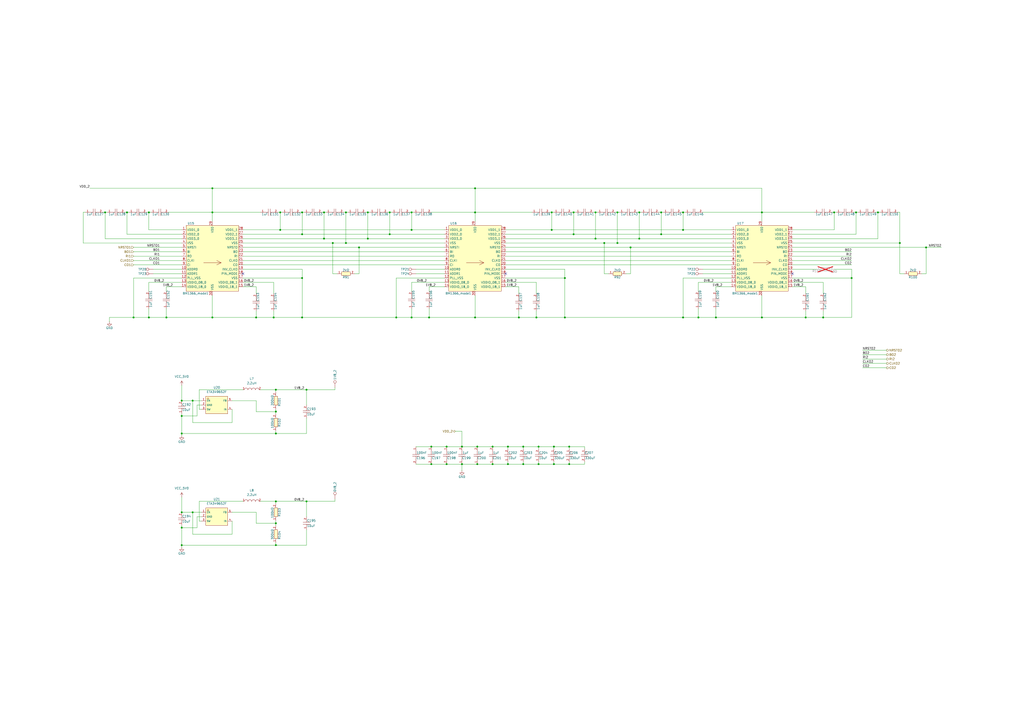
<source format=kicad_sch>
(kicad_sch (version 20250114) (generator "eeschema") (generator_version "9.0")
  (paper "A2")
  (junction (at 320.04 133.35))
  (junction (at 175.26 123.19))
  (junction (at 105.41 251.46))
  (junction (at 285.75 269.24))
  (junction (at 441.96 184.15))
  (junction (at 275.59 184.15))
  (junction (at 327.66 184.15))
  (junction (at 370.84 138.43))
  (junction (at 160.02 238.76))
  (junction (at 358.14 123.19))
  (junction (at 60.96 123.19))
  (junction (at 187.96 123.19))
  (junction (at 105.41 232.41))
  (junction (at 160.02 303.53))
  (junction (at 483.87 123.19))
  (junction (at 248.92 184.15))
  (junction (at 250.19 259.08))
  (junction (at 327.66 161.29))
  (junction (at 148.59 184.15))
  (junction (at 105.41 316.23))
  (junction (at 521.97 140.97))
  (junction (at 175.26 135.89))
  (junction (at 345.44 138.43))
  (junction (at 275.59 109.22))
  (junction (at 111.76 232.41))
  (junction (at 320.04 123.19))
  (junction (at 405.13 184.15))
  (junction (at 259.08 259.08))
  (junction (at 238.76 184.15))
  (junction (at 177.8 290.83))
  (junction (at 494.03 161.29))
  (junction (at 303.53 259.08))
  (junction (at 332.74 135.89))
  (junction (at 86.36 123.19))
  (junction (at 396.24 133.35))
  (junction (at 330.2 259.08))
  (junction (at 276.86 259.08))
  (junction (at 226.06 123.19))
  (junction (at 267.97 259.08))
  (junction (at 105.41 241.3))
  (junction (at 276.86 269.24))
  (junction (at 96.52 184.15))
  (junction (at 396.24 123.19))
  (junction (at 175.26 161.29))
  (junction (at 105.41 297.18))
  (junction (at 312.42 259.08))
  (junction (at 321.31 269.24))
  (junction (at 259.08 269.24))
  (junction (at 370.84 123.19))
  (junction (at 383.54 123.19))
  (junction (at 285.75 259.08))
  (junction (at 250.19 269.24))
  (junction (at 275.59 123.19))
  (junction (at 162.56 133.35))
  (junction (at 160.02 226.06))
  (junction (at 267.97 269.24))
  (junction (at 294.64 269.24))
  (junction (at 175.26 184.15))
  (junction (at 303.53 269.24))
  (junction (at 312.42 269.24))
  (junction (at 193.04 140.97))
  (junction (at 467.36 184.15))
  (junction (at 162.56 123.19))
  (junction (at 332.74 123.19))
  (junction (at 441.96 123.19))
  (junction (at 396.24 184.15))
  (junction (at 226.06 135.89))
  (junction (at 105.41 306.07))
  (junction (at 238.76 133.35))
  (junction (at 213.36 138.43))
  (junction (at 415.29 184.15))
  (junction (at 509.27 123.19))
  (junction (at 158.75 184.15))
  (junction (at 111.76 297.18))
  (junction (at 477.52 184.15))
  (junction (at 213.36 123.19))
  (junction (at 123.19 184.15))
  (junction (at 160.02 251.46))
  (junction (at 187.96 138.43))
  (junction (at 358.14 140.97))
  (junction (at 345.44 123.19))
  (junction (at 350.52 140.97))
  (junction (at 86.36 184.15))
  (junction (at 177.8 226.06))
  (junction (at 208.28 143.51))
  (junction (at 311.15 184.15))
  (junction (at 365.76 143.51))
  (junction (at 537.21 143.51))
  (junction (at 229.87 184.15))
  (junction (at 383.54 135.89))
  (junction (at 200.66 123.19))
  (junction (at 294.64 259.08))
  (junction (at 200.66 140.97))
  (junction (at 496.57 123.19))
  (junction (at 238.76 123.19))
  (junction (at 330.2 269.24))
  (junction (at 73.66 123.19))
  (junction (at 300.99 184.15))
  (junction (at 123.19 123.19))
  (junction (at 321.31 259.08))
  (junction (at 160.02 316.23))
  (junction (at 123.19 109.22))
  (junction (at 77.47 184.15))
  (junction (at 160.02 290.83))
  (no_connect (at 293.37 158.75))
  (no_connect (at 140.97 158.75))
  (no_connect (at 459.74 158.75))
  (wire (pts (xy 175.26 184.15) (xy 229.87 184.15)))
  (wire (pts (xy 160.02 226.06) (xy 177.8 226.06)))
  (wire (pts (xy 177.8 226.06) (xy 194.31 226.06)))
  (wire (pts (xy 148.59 180.34) (xy 148.59 184.15)))
  (wire (pts (xy 177.8 242.57) (xy 177.8 251.46)))
  (wire (pts (xy 177.8 251.46) (xy 160.02 251.46)))
  (wire (pts (xy 77.47 161.29) (xy 77.47 184.15)))
  (wire (pts (xy 441.96 123.19) (xy 472.44 123.19)))
  (wire (pts (xy 294.64 269.24) (xy 303.53 269.24)))
  (wire (pts (xy 294.64 259.08) (xy 303.53 259.08)))
  (wire (pts (xy 241.3 269.24) (xy 250.19 269.24)))
  (wire (pts (xy 173.99 123.19) (xy 175.26 123.19)))
  (wire (pts (xy 424.18 140.97) (xy 358.14 140.97)))
  (wire (pts (xy 105.41 316.23) (xy 105.41 317.5)))
  (wire (pts (xy 524.51 158.75) (xy 521.97 158.75)))
  (wire (pts (xy 86.36 179.07) (xy 86.36 184.15)))
  (wire (pts (xy 500.38 208.28) (xy 514.35 208.28)))
  (wire (pts (xy 208.28 158.75) (xy 208.28 143.51)))
  (wire (pts (xy 275.59 184.15) (xy 248.92 184.15)))
  (wire (pts (xy 350.52 158.75) (xy 350.52 140.97)))
  (wire (pts (xy 200.66 140.97) (xy 200.66 123.19)))
  (wire (pts (xy 248.92 168.91) (xy 248.92 166.37)))
  (wire (pts (xy 344.17 123.19) (xy 345.44 123.19)))
  (wire (pts (xy 467.36 180.34) (xy 467.36 184.15)))
  (wire (pts (xy 459.74 156.21) (xy 473.71 156.21)))
  (wire (pts (xy 160.02 316.23) (xy 160.02 314.96)))
  (wire (pts (xy 177.8 290.83) (xy 177.8 299.72)))
  (wire (pts (xy 405.13 168.91) (xy 405.13 163.83)))
  (wire (pts (xy 158.75 184.15) (xy 175.26 184.15)))
  (wire (pts (xy 140.97 146.05) (xy 257.81 146.05)))
  (wire (pts (xy 241.3 158.75) (xy 257.81 158.75)))
  (wire (pts (xy 116.84 234.95) (xy 114.3 234.95)))
  (wire (pts (xy 482.6 123.19) (xy 483.87 123.19)))
  (wire (pts (xy 327.66 184.15) (xy 396.24 184.15)))
  (wire (pts (xy 160.02 290.83) (xy 160.02 292.1)))
  (wire (pts (xy 534.67 158.75) (xy 537.21 158.75)))
  (wire (pts (xy 60.96 123.19) (xy 59.69 123.19)))
  (wire (pts (xy 369.57 123.19) (xy 370.84 123.19)))
  (wire (pts (xy 483.87 156.21) (xy 494.03 156.21)))
  (wire (pts (xy 237.49 123.19) (xy 238.76 123.19)))
  (wire (pts (xy 186.69 123.19) (xy 187.96 123.19)))
  (wire (pts (xy 63.5 186.69) (xy 63.5 184.15)))
  (wire (pts (xy 134.62 302.26) (xy 134.62 309.88)))
  (wire (pts (xy 88.9 156.21) (xy 105.41 156.21)))
  (wire (pts (xy 73.66 123.19) (xy 72.39 123.19)))
  (wire (pts (xy 300.99 184.15) (xy 275.59 184.15)))
  (wire (pts (xy 318.77 123.19) (xy 320.04 123.19)))
  (wire (pts (xy 250.19 269.24) (xy 259.08 269.24)))
  (wire (pts (xy 111.76 297.18) (xy 116.84 297.18)))
  (wire (pts (xy 345.44 138.43) (xy 370.84 138.43)))
  (wire (pts (xy 441.96 123.19) (xy 441.96 128.27)))
  (wire (pts (xy 339.09 259.08) (xy 339.09 260.35)))
  (wire (pts (xy 201.93 123.19) (xy 200.66 123.19)))
  (wire (pts (xy 140.97 148.59) (xy 257.81 148.59)))
  (wire (pts (xy 332.74 135.89) (xy 293.37 135.89)))
  (wire (pts (xy 321.31 259.08) (xy 321.31 260.35)))
  (wire (pts (xy 160.02 302.26) (xy 160.02 303.53)))
  (wire (pts (xy 345.44 138.43) (xy 345.44 123.19)))
  (wire (pts (xy 494.03 156.21) (xy 494.03 161.29)))
  (wire (pts (xy 162.56 123.19) (xy 163.83 123.19)))
  (wire (pts (xy 213.36 123.19) (xy 214.63 123.19)))
  (wire (pts (xy 300.99 170.18) (xy 300.99 166.37)))
  (wire (pts (xy 276.86 269.24) (xy 285.75 269.24)))
  (wire (pts (xy 105.41 138.43) (xy 60.96 138.43)))
  (wire (pts (xy 114.3 241.3) (xy 105.41 241.3)))
  (wire (pts (xy 500.38 210.82) (xy 514.35 210.82)))
  (wire (pts (xy 62.23 123.19) (xy 60.96 123.19)))
  (wire (pts (xy 229.87 161.29) (xy 257.81 161.29)))
  (wire (pts (xy 140.97 151.13) (xy 257.81 151.13)))
  (wire (pts (xy 459.74 148.59) (xy 494.03 148.59)))
  (wire (pts (xy 365.76 143.51) (xy 424.18 143.51)))
  (wire (pts (xy 267.97 273.05) (xy 267.97 269.24)))
  (wire (pts (xy 312.42 259.08) (xy 321.31 259.08)))
  (wire (pts (xy 396.24 161.29) (xy 396.24 184.15)))
  (wire (pts (xy 86.36 163.83) (xy 105.41 163.83)))
  (wire (pts (xy 500.38 213.36) (xy 514.35 213.36)))
  (wire (pts (xy 321.31 267.97) (xy 321.31 269.24)))
  (wire (pts (xy 151.13 226.06) (xy 160.02 226.06)))
  (wire (pts (xy 224.79 123.19) (xy 226.06 123.19)))
  (wire (pts (xy 345.44 123.19) (xy 346.71 123.19)))
  (wire (pts (xy 60.96 138.43) (xy 60.96 123.19)))
  (wire (pts (xy 160.02 226.06) (xy 160.02 227.33)))
  (wire (pts (xy 312.42 267.97) (xy 312.42 269.24)))
  (wire (pts (xy 96.52 168.91) (xy 96.52 166.37)))
  (wire (pts (xy 294.64 259.08) (xy 294.64 260.35)))
  (wire (pts (xy 77.47 143.51) (xy 105.41 143.51)))
  (wire (pts (xy 111.76 232.41) (xy 111.76 245.11)))
  (wire (pts (xy 477.52 184.15) (xy 467.36 184.15)))
  (wire (pts (xy 114.3 299.72) (xy 114.3 306.07)))
  (wire (pts (xy 275.59 109.22) (xy 275.59 123.19)))
  (wire (pts (xy 293.37 138.43) (xy 345.44 138.43)))
  (wire (pts (xy 294.64 267.97) (xy 294.64 269.24)))
  (wire (pts (xy 459.74 151.13) (xy 494.03 151.13)))
  (wire (pts (xy 293.37 151.13) (xy 424.18 151.13)))
  (wire (pts (xy 311.15 184.15) (xy 300.99 184.15)))
  (wire (pts (xy 293.37 140.97) (xy 350.52 140.97)))
  (wire (pts (xy 96.52 184.15) (xy 86.36 184.15)))
  (wire (pts (xy 96.52 179.07) (xy 96.52 184.15)))
  (wire (pts (xy 275.59 123.19) (xy 308.61 123.19)))
  (wire (pts (xy 97.79 123.19) (xy 123.19 123.19)))
  (wire (pts (xy 424.18 135.89) (xy 383.54 135.89)))
  (wire (pts (xy 177.8 316.23) (xy 160.02 316.23)))
  (wire (pts (xy 339.09 267.97) (xy 339.09 269.24)))
  (wire (pts (xy 140.97 226.06) (xy 115.57 226.06)))
  (wire (pts (xy 467.36 184.15) (xy 441.96 184.15)))
  (wire (pts (xy 111.76 297.18) (xy 111.76 309.88)))
  (wire (pts (xy 250.19 259.08) (xy 259.08 259.08)))
  (wire (pts (xy 134.62 309.88) (xy 111.76 309.88)))
  (wire (pts (xy 195.58 158.75) (xy 193.04 158.75)))
  (wire (pts (xy 303.53 259.08) (xy 303.53 260.35)))
  (wire (pts (xy 396.24 184.15) (xy 405.13 184.15)))
  (wire (pts (xy 396.24 133.35) (xy 396.24 123.19)))
  (wire (pts (xy 177.8 290.83) (xy 194.31 290.83)))
  (wire (pts (xy 105.41 316.23) (xy 160.02 316.23)))
  (wire (pts (xy 105.41 135.89) (xy 73.66 135.89)))
  (wire (pts (xy 123.19 123.19) (xy 123.19 128.27)))
  (wire (pts (xy 148.59 232.41) (xy 148.59 238.76)))
  (wire (pts (xy 353.06 158.75) (xy 350.52 158.75)))
  (wire (pts (xy 312.42 259.08) (xy 312.42 260.35)))
  (wire (pts (xy 459.74 146.05) (xy 494.03 146.05)))
  (wire (pts (xy 49.53 123.19) (xy 48.26 123.19)))
  (wire (pts (xy 275.59 123.19) (xy 275.59 128.27)))
  (wire (pts (xy 441.96 171.45) (xy 441.96 184.15)))
  (wire (pts (xy 285.75 269.24) (xy 294.64 269.24)))
  (wire (pts (xy 509.27 123.19) (xy 510.54 123.19)))
  (wire (pts (xy 248.92 179.07) (xy 248.92 184.15)))
  (wire (pts (xy 327.66 161.29) (xy 327.66 184.15)))
  (wire (pts (xy 105.41 161.29) (xy 77.47 161.29)))
  (wire (pts (xy 162.56 133.35) (xy 238.76 133.35)))
  (wire (pts (xy 495.3 123.19) (xy 496.57 123.19)))
  (wire (pts (xy 175.26 135.89) (xy 226.06 135.89)))
  (wire (pts (xy 293.37 161.29) (xy 327.66 161.29)))
  (wire (pts (xy 148.59 297.18) (xy 148.59 303.53)))
  (wire (pts (xy 303.53 267.97) (xy 303.53 269.24)))
  (wire (pts (xy 86.36 133.35) (xy 86.36 123.19)))
  (wire (pts (xy 193.04 140.97) (xy 200.66 140.97)))
  (wire (pts (xy 160.02 237.49) (xy 160.02 238.76)))
  (wire (pts (xy 300.99 180.34) (xy 300.99 184.15)))
  (wire (pts (xy 140.97 140.97) (xy 193.04 140.97)))
  (wire (pts (xy 52.07 109.22) (xy 123.19 109.22)))
  (wire (pts (xy 77.47 153.67) (xy 105.41 153.67)))
  (wire (pts (xy 407.67 158.75) (xy 424.18 158.75)))
  (wire (pts (xy 105.41 304.8) (xy 105.41 306.07)))
  (wire (pts (xy 241.3 156.21) (xy 257.81 156.21)))
  (wire (pts (xy 140.97 133.35) (xy 162.56 133.35)))
  (wire (pts (xy 327.66 156.21) (xy 327.66 161.29)))
  (wire (pts (xy 123.19 184.15) (xy 96.52 184.15)))
  (wire (pts (xy 259.08 259.08) (xy 267.97 259.08)))
  (wire (pts (xy 105.41 232.41) (xy 111.76 232.41)))
  (wire (pts (xy 200.66 123.19) (xy 199.39 123.19)))
  (wire (pts (xy 320.04 123.19) (xy 320.04 133.35)))
  (wire (pts (xy 441.96 109.22) (xy 441.96 123.19)))
  (wire (pts (xy 123.19 171.45) (xy 123.19 184.15)))
  (wire (pts (xy 105.41 240.03) (xy 105.41 241.3)))
  (wire (pts (xy 521.97 158.75) (xy 521.97 140.97)))
  (wire (pts (xy 250.19 123.19) (xy 275.59 123.19)))
  (wire (pts (xy 359.41 123.19) (xy 358.14 123.19)))
  (wire (pts (xy 160.02 238.76) (xy 160.02 240.03)))
  (wire (pts (xy 293.37 153.67) (xy 424.18 153.67)))
  (wire (pts (xy 96.52 166.37) (xy 105.41 166.37)))
  (wire (pts (xy 116.84 299.72) (xy 114.3 299.72)))
  (wire (pts (xy 193.04 158.75) (xy 193.04 140.97)))
  (wire (pts (xy 330.2 259.08) (xy 339.09 259.08)))
  (wire (pts (xy 160.02 303.53) (xy 160.02 304.8)))
  (wire (pts (xy 483.87 133.35) (xy 459.74 133.35)))
  (wire (pts (xy 148.59 166.37) (xy 140.97 166.37)))
  (wire (pts (xy 212.09 123.19) (xy 213.36 123.19)))
  (wire (pts (xy 63.5 184.15) (xy 77.47 184.15)))
  (wire (pts (xy 267.97 259.08) (xy 276.86 259.08)))
  (wire (pts (xy 383.54 135.89) (xy 383.54 123.19)))
  (wire (pts (xy 158.75 180.34) (xy 158.75 184.15)))
  (wire (pts (xy 140.97 153.67) (xy 257.81 153.67)))
  (wire (pts (xy 162.56 133.35) (xy 162.56 123.19)))
  (wire (pts (xy 134.62 297.18) (xy 148.59 297.18)))
  (wire (pts (xy 115.57 290.83) (xy 115.57 302.26)))
  (wire (pts (xy 467.36 170.18) (xy 467.36 166.37)))
  (wire (pts (xy 115.57 302.26) (xy 116.84 302.26)))
  (wire (pts (xy 424.18 138.43) (xy 370.84 138.43)))
  (wire (pts (xy 312.42 269.24) (xy 321.31 269.24)))
  (wire (pts (xy 105.41 251.46) (xy 160.02 251.46)))
  (wire (pts (xy 158.75 163.83) (xy 140.97 163.83)))
  (wire (pts (xy 477.52 180.34) (xy 477.52 184.15)))
  (wire (pts (xy 226.06 123.19) (xy 226.06 135.89)))
  (wire (pts (xy 238.76 123.19) (xy 240.03 123.19)))
  (wire (pts (xy 459.74 135.89) (xy 496.57 135.89)))
  (wire (pts (xy 86.36 168.91) (xy 86.36 163.83)))
  (wire (pts (xy 114.3 306.07) (xy 105.41 306.07)))
  (wire (pts (xy 105.41 306.07) (xy 105.41 316.23)))
  (wire (pts (xy 105.41 133.35) (xy 86.36 133.35)))
  (wire (pts (xy 407.67 123.19) (xy 441.96 123.19)))
  (wire (pts (xy 74.93 123.19) (xy 73.66 123.19)))
  (wire (pts (xy 407.67 156.21) (xy 424.18 156.21)))
  (wire (pts (xy 87.63 123.19) (xy 86.36 123.19)))
  (wire (pts (xy 459.74 161.29) (xy 494.03 161.29)))
  (wire (pts (xy 151.13 290.83) (xy 160.02 290.83)))
  (wire (pts (xy 300.99 166.37) (xy 293.37 166.37)))
  (wire (pts (xy 177.8 226.06) (xy 177.8 234.95)))
  (wire (pts (xy 509.27 138.43) (xy 509.27 123.19)))
  (wire (pts (xy 208.28 143.51) (xy 257.81 143.51)))
  (wire (pts (xy 48.26 123.19) (xy 48.26 140.97)))
  (wire (pts (xy 105.41 297.18) (xy 111.76 297.18)))
  (wire (pts (xy 293.37 148.59) (xy 424.18 148.59)))
  (wire (pts (xy 267.97 250.19) (xy 267.97 259.08)))
  (wire (pts (xy 194.31 224.79) (xy 194.31 226.06)))
  (wire (pts (xy 494.03 184.15) (xy 477.52 184.15)))
  (wire (pts (xy 134.62 245.11) (xy 111.76 245.11)))
  (wire (pts (xy 160.02 251.46) (xy 160.02 250.19)))
  (wire (pts (xy 521.97 123.19) (xy 520.7 123.19)))
  (wire (pts (xy 238.76 133.35) (xy 257.81 133.35)))
  (wire (pts (xy 86.36 123.19) (xy 85.09 123.19)))
  (wire (pts (xy 415.29 168.91) (xy 415.29 166.37)))
  (wire (pts (xy 521.97 140.97) (xy 521.97 123.19)))
  (wire (pts (xy 111.76 232.41) (xy 116.84 232.41)))
  (wire (pts (xy 134.62 237.49) (xy 134.62 245.11)))
  (wire (pts (xy 358.14 123.19) (xy 356.87 123.19)))
  (wire (pts (xy 105.41 241.3) (xy 105.41 251.46)))
  (wire (pts (xy 383.54 123.19) (xy 384.81 123.19)))
  (wire (pts (xy 226.06 123.19) (xy 227.33 123.19)))
  (wire (pts (xy 350.52 140.97) (xy 358.14 140.97)))
  (wire (pts (xy 175.26 156.21) (xy 175.26 161.29)))
  (wire (pts (xy 494.03 161.29) (xy 494.03 184.15)))
  (wire (pts (xy 396.24 123.19) (xy 397.51 123.19)))
  (wire (pts (xy 500.38 203.2) (xy 514.35 203.2)))
  (wire (pts (xy 105.41 288.29) (xy 105.41 297.18)))
  (wire (pts (xy 500.38 205.74) (xy 514.35 205.74)))
  (wire (pts (xy 275.59 109.22) (xy 441.96 109.22)))
  (wire (pts (xy 205.74 158.75) (xy 208.28 158.75)))
  (wire (pts (xy 148.59 170.18) (xy 148.59 166.37)))
  (wire (pts (xy 177.8 307.34) (xy 177.8 316.23)))
  (wire (pts (xy 213.36 123.19) (xy 213.36 138.43)))
  (wire (pts (xy 330.2 269.24) (xy 339.09 269.24)))
  (wire (pts (xy 140.97 290.83) (xy 115.57 290.83)))
  (wire (pts (xy 537.21 143.51) (xy 546.1 143.51)))
  (wire (pts (xy 311.15 170.18) (xy 311.15 163.83)))
  (wire (pts (xy 123.19 109.22) (xy 275.59 109.22)))
  (wire (pts (xy 238.76 123.19) (xy 238.76 133.35)))
  (wire (pts (xy 200.66 140.97) (xy 257.81 140.97)))
  (wire (pts (xy 194.31 289.56) (xy 194.31 290.83)))
  (wire (pts (xy 331.47 123.19) (xy 332.74 123.19)))
  (wire (pts (xy 459.74 138.43) (xy 509.27 138.43)))
  (wire (pts (xy 330.2 259.08) (xy 330.2 260.35)))
  (wire (pts (xy 77.47 151.13) (xy 105.41 151.13)))
  (wire (pts (xy 140.97 138.43) (xy 187.96 138.43)))
  (wire (pts (xy 394.97 123.19) (xy 396.24 123.19)))
  (wire (pts (xy 77.47 184.15) (xy 86.36 184.15)))
  (wire (pts (xy 175.26 123.19) (xy 176.53 123.19)))
  (wire (pts (xy 175.26 135.89) (xy 175.26 123.19)))
  (wire (pts (xy 148.59 184.15) (xy 123.19 184.15)))
  (wire (pts (xy 415.29 166.37) (xy 424.18 166.37)))
  (wire (pts (xy 267.97 269.24) (xy 276.86 269.24)))
  (wire (pts (xy 405.13 179.07) (xy 405.13 184.15)))
  (wire (pts (xy 320.04 133.35) (xy 293.37 133.35)))
  (wire (pts (xy 370.84 123.19) (xy 372.11 123.19)))
  (wire (pts (xy 332.74 135.89) (xy 383.54 135.89)))
  (wire (pts (xy 459.74 153.67) (xy 494.03 153.67)))
  (wire (pts (xy 275.59 171.45) (xy 275.59 184.15)))
  (wire (pts (xy 238.76 163.83) (xy 257.81 163.83)))
  (wire (pts (xy 229.87 184.15) (xy 238.76 184.15)))
  (wire (pts (xy 264.16 250.19) (xy 267.97 250.19)))
  (wire (pts (xy 477.52 170.18) (xy 477.52 163.83)))
  (wire (pts (xy 77.47 146.05) (xy 105.41 146.05)))
  (wire (pts (xy 161.29 123.19) (xy 162.56 123.19)))
  (wire (pts (xy 293.37 156.21) (xy 327.66 156.21)))
  (wire (pts (xy 134.62 232.41) (xy 148.59 232.41)))
  (wire (pts (xy 248.92 166.37) (xy 257.81 166.37)))
  (wire (pts (xy 303.53 269.24) (xy 312.42 269.24)))
  (wire (pts (xy 311.15 163.83) (xy 293.37 163.83)))
  (wire (pts (xy 123.19 123.19) (xy 151.13 123.19)))
  (wire (pts (xy 365.76 158.75) (xy 365.76 143.51)))
  (wire (pts (xy 213.36 138.43) (xy 257.81 138.43)))
  (wire (pts (xy 396.24 161.29) (xy 424.18 161.29)))
  (wire (pts (xy 477.52 163.83) (xy 459.74 163.83)))
  (wire (pts (xy 405.13 163.83) (xy 424.18 163.83)))
  (wire (pts (xy 293.37 143.51) (xy 365.76 143.51)))
  (wire (pts (xy 248.92 184.15) (xy 238.76 184.15)))
  (wire (pts (xy 187.96 138.43) (xy 213.36 138.43)))
  (wire (pts (xy 160.02 290.83) (xy 177.8 290.83)))
  (wire (pts (xy 459.74 140.97) (xy 521.97 140.97)))
  (wire (pts (xy 140.97 143.51) (xy 208.28 143.51)))
  (wire (pts (xy 48.26 140.97) (xy 105.41 140.97)))
  (wire (pts (xy 321.31 269.24) (xy 330.2 269.24)))
  (wire (pts (xy 115.57 237.49) (xy 116.84 237.49)))
  (wire (pts (xy 320.04 123.19) (xy 321.31 123.19)))
  (wire (pts (xy 158.75 184.15) (xy 148.59 184.15)))
  (wire (pts (xy 140.97 135.89) (xy 175.26 135.89)))
  (wire (pts (xy 105.41 251.46) (xy 105.41 252.73)))
  (wire (pts (xy 382.27 123.19) (xy 383.54 123.19)))
  (wire (pts (xy 467.36 166.37) (xy 459.74 166.37)))
  (wire (pts (xy 175.26 161.29) (xy 175.26 184.15)))
  (wire (pts (xy 115.57 226.06) (xy 115.57 237.49)))
  (wire (pts (xy 187.96 123.19) (xy 189.23 123.19)))
  (wire (pts (xy 459.74 143.51) (xy 537.21 143.51)))
  (wire (pts (xy 238.76 168.91) (xy 238.76 163.83)))
  (wire (pts (xy 276.86 259.08) (xy 285.75 259.08)))
  (wire (pts (xy 259.08 269.24) (xy 267.97 269.24)))
  (wire (pts (xy 241.3 259.08) (xy 250.19 259.08)))
  (wire (pts (xy 77.47 148.59) (xy 105.41 148.59)))
  (wire (pts (xy 148.59 303.53) (xy 160.02 303.53)))
  (wire (pts (xy 415.29 184.15) (xy 405.13 184.15)))
  (wire (pts (xy 537.21 158.75) (xy 537.21 143.51)))
  (wire (pts (xy 229.87 161.29) (xy 229.87 184.15)))
  (wire (pts (xy 332.74 123.19) (xy 334.01 123.19)))
  (wire (pts (xy 320.04 133.35) (xy 396.24 133.35)))
  (wire (pts (xy 293.37 146.05) (xy 424.18 146.05)))
  (wire (pts (xy 88.9 158.75) (xy 105.41 158.75)))
  (wire (pts (xy 496.57 123.19) (xy 497.84 123.19)))
  (wire (pts (xy 363.22 158.75) (xy 365.76 158.75)))
  (wire (pts (xy 424.18 133.35) (xy 396.24 133.35)))
  (wire (pts (xy 123.19 109.22) (xy 123.19 123.19)))
  (wire (pts (xy 226.06 135.89) (xy 257.81 135.89)))
  (wire (pts (xy 358.14 140.97) (xy 358.14 123.19)))
  (wire (pts (xy 140.97 161.29) (xy 175.26 161.29)))
  (wire (pts (xy 496.57 135.89) (xy 496.57 123.19)))
  (wire (pts (xy 238.76 179.07) (xy 238.76 184.15)))
  (wire (pts (xy 321.31 259.08) (xy 330.2 259.08)))
  (wire (pts (xy 370.84 138.43) (xy 370.84 123.19)))
  (wire (pts (xy 332.74 123.19) (xy 332.74 135.89)))
  (wire (pts (xy 73.66 135.89) (xy 73.66 123.19)))
  (wire (pts (xy 105.41 223.52) (xy 105.41 232.41)))
  (wire (pts (xy 187.96 138.43) (xy 187.96 123.19)))
  (wire (pts (xy 285.75 259.08) (xy 294.64 259.08)))
  (wire (pts (xy 483.87 123.19) (xy 483.87 133.35)))
  (wire (pts (xy 311.15 180.34) (xy 311.15 184.15)))
  (wire (pts (xy 441.96 184.15) (xy 415.29 184.15)))
  (wire (pts (xy 415.29 179.07) (xy 415.29 184.15)))
  (wire (pts (xy 114.3 234.95) (xy 114.3 241.3)))
  (wire (pts (xy 158.75 170.18) (xy 158.75 163.83)))
  (wire (pts (xy 327.66 184.15) (xy 311.15 184.15)))
  (wire (pts (xy 508 123.19) (xy 509.27 123.19)))
  (wire (pts (xy 303.53 259.08) (xy 312.42 259.08)))
  (wire (pts (xy 140.97 156.21) (xy 175.26 156.21)))
  (wire (pts (xy 330.2 267.97) (xy 330.2 269.24)))
  (wire (pts (xy 483.87 123.19) (xy 485.14 123.19)))
  (wire (pts (xy 148.59 238.76) (xy 160.02 238.76)))
  (label "1V8_2" (at 466.09 166.37 180))
  (label "0V8_2" (at 247.65 163.83 180))
  (label "0V8_2" (at 95.25 163.83 180))
  (label "0V8_2" (at 147.32 163.83 180))
  (label "RI2" (at 494.03 148.59 180))
  (label "BO2" (at 494.03 146.05 180))
  (label "CO1" (at 92.71 153.67 180))
  (label "1V8_2" (at 100.33 166.37 180))
  (label "CLKO2" (at 494.03 151.13 180))
  (label "BO1" (at 92.71 146.05 180))
  (label "NRSTO2" (at 546.1 143.51 180))
  (label "1V8_2" (at 176.53 226.06 180))
  (label "0V8_2" (at 466.09 163.83 180))
  (label "VDD_2" (at 52.07 109.22 180))
  (label "NRSTO2" (at 500.38 203.2 0))
  (label "1V8_2" (at 299.72 166.37 180))
  (label "1V8_2" (at 147.32 166.37 180))
  (label "1V8_2" (at 252.73 166.37 180))
  (label "CLKO1" (at 92.71 151.13 180))
  (label "1V8_2" (at 419.1 166.37 180))
  (label "CO2" (at 494.03 153.67 180))
  (label "0V8_2" (at 299.72 163.83 180))
  (label "RI1" (at 92.71 148.59 180))
  (label "CO2" (at 500.38 213.36 0))
  (label "0V8_2" (at 176.53 290.83 180))
  (label "NRSTO1" (at 92.71 143.51 180))
  (label "RI2" (at 500.38 208.28 0))
  (label "BO2" (at 500.38 205.74 0))
  (label "CLKO2" (at 500.38 210.82 0))
  (label "0V8_2" (at 414.02 163.83 180))
  (hierarchical_label "CO2" (shape output) (at 514.35 213.36 0))
  (hierarchical_label "CLKO2" (shape output) (at 514.35 210.82 0))
  (hierarchical_label "RI2" (shape output) (at 514.35 208.28 0))
  (hierarchical_label "CO1" (shape input) (at 77.47 153.67 180))
  (hierarchical_label "BO2" (shape output) (at 514.35 205.74 0))
  (hierarchical_label "BO1" (shape input) (at 77.47 146.05 180))
  (hierarchical_label "VDD_2" (shape bidirectional) (at 264.16 250.19 180))
  (hierarchical_label "CLKO1" (shape input) (at 77.47 151.13 180))
  (hierarchical_label "NRSTO1" (shape input) (at 77.47 143.51 180))
  (hierarchical_label "NRSTO2" (shape output) (at 514.35 203.2 0))
  (hierarchical_label "RI1" (shape input) (at 77.47 148.59 180))
  (symbol (lib_id "JLCPCB_lib:CL05A106MQ5NUNC") (at 105.41 236.22 90) (unit 1)
    (property "Reference" "C192" (at 105.664 234.696 90) (effects (justify right)))
    (property "Value" "10uF" (at 105.664 237.744 90) (effects (justify right)))
    (property "Footprint" "JLCPCB_lib:C0402" (effects (hide yes)))
    (property "Datasheet" "https://item.szlcsc.com/15869.html" (effects (hide yes)))
    (property "LCSC" "C15525" (effects (hide yes)))
  )
  (symbol (lib_id "JLCPCB_lib:CL05A105KA5NQNC") (at 377.19 123.19 0) (unit 1)
    (property "Reference" "C144" (at 382.778 124.206 0) (effects (justify right)))
    (property "Value" "1uF" (at 376.428 124.206 0) (effects (justify right)))
    (property "Footprint" "JLCPCB_lib:C0402" (effects (hide yes)))
    (property "Datasheet" "https://item.szlcsc.com/15869.html" (effects (hide yes)))
    (property "LCSC" "C52923" (effects (hide yes)))
  )
  (symbol (lib_id "JLCPCB_lib:CL05A105KA5NQNC") (at 285.75 264.16 90) (unit 1)
    (property "Reference" "C201" (at 285.75 265.684 90) (effects (justify right)))
    (property "Value" "1uF" (at 286.004 262.636 90) (effects (justify right)))
    (property "Footprint" "JLCPCB_lib:C0402" (effects (hide yes)))
    (property "Datasheet" "https://item.szlcsc.com/15869.html" (effects (hide yes)))
    (property "LCSC" "C52923" (effects (hide yes)))
  )
  (symbol (lib_id "JLCPCB_lib:CL05A106MQ5NUNC") (at 177.8 238.76 90) (unit 1)
    (property "Reference" "C193" (at 178.054 237.236 90) (effects (justify right)))
    (property "Value" "10uF" (at 178.054 240.284 90) (effects (justify right)))
    (property "Footprint" "JLCPCB_lib:C0402" (effects (hide yes)))
    (property "Datasheet" "https://item.szlcsc.com/15869.html" (effects (hide yes)))
    (property "LCSC" "C15525" (effects (hide yes)))
  )
  (symbol (lib_id "JLCPCB_lib:0402WGF2001TCE") (at 358.14 158.75 0) (unit 1)
    (property "Reference" "R92" (at 358.14 160.782 0))
    (property "Value" "2kΩ" (at 358.14 156.718 0))
    (property "Footprint" "JLCPCB_lib:R0402" (effects (hide yes)))
    (property "Datasheet" "https://item.szlcsc.com/323315.html" (effects (hide yes)))
    (property "LCSC" "C4109" (effects (hide yes)))
  )
  (symbol (lib_id "JLCPCB_lib:CL05A105KA5NQNC") (at 467.36 175.26 90) (unit 1)
    (property "Reference" "C161" (at 468.376 169.672 0) (effects (justify right)))
    (property "Value" "1uF" (at 468.376 176.022 0) (effects (justify right)))
    (property "Footprint" "JLCPCB_lib:C0402" (effects (hide yes)))
    (property "Datasheet" "https://item.szlcsc.com/15869.html" (effects (hide yes)))
    (property "LCSC" "C52923" (effects (hide yes)))
  )
  (symbol (lib_id "JLCPCB_lib:TAJD337K010RNJ") (at 321.31 264.16 90) (unit 1)
    (property "Reference" "C205" (at 321.31 262.636 90) (effects (justify right)))
    (property "Value" "330uF" (at 321.564 265.684 90) (effects (justify right)))
    (property "Footprint" "JLCPCB_lib:CASE-D_7343" (effects (hide yes)))
    (property "Datasheet" "https://atta.szlcsc.com/upload/public/pdf/source/20210427/369E0E2B82AAAC68C140254C20AD9476.pdf" (effects (hide yes)))
    (property "LCSC" "C7226" (effects (hide yes)))
  )
  (symbol (lib_id "JLCPCB_lib:CL05A105KA5NQNC") (at 502.92 123.19 0) (unit 1)
    (property "Reference" "C149" (at 508.508 124.206 0) (effects (justify right)))
    (property "Value" "1uF" (at 502.158 124.206 0) (effects (justify right)))
    (property "Footprint" "JLCPCB_lib:C0402" (effects (hide yes)))
    (property "Datasheet" "https://item.szlcsc.com/15869.html" (effects (hide yes)))
    (property "LCSC" "C52923" (effects (hide yes)))
  )
  (symbol (lib_id "power:VCC") (at 105.41 288.29 0) (unit 1)
    (property "Reference" "#PWR029" (effects (hide yes)))
    (property "Value" "VCC_5V0" (at 105.41 283.21 0))
    (property "Description" "Power symbol creates a global label with name \"VCC\"" (effects (hide yes)))
  )
  (symbol (lib_id "JLCPCB_lib:CL05A105KA5NQNC") (at 389.89 123.19 0) (unit 1)
    (property "Reference" "C145" (at 395.478 124.206 0) (effects (justify right)))
    (property "Value" "1uF" (at 389.128 124.206 0) (effects (justify right)))
    (property "Footprint" "JLCPCB_lib:C0402" (effects (hide yes)))
    (property "Datasheet" "https://item.szlcsc.com/15869.html" (effects (hide yes)))
    (property "LCSC" "C52923" (effects (hide yes)))
  )
  (symbol (lib_id "JLCPCB_lib:TAJD337K010RNJ") (at 330.2 264.16 90) (unit 1)
    (property "Reference" "C206" (at 330.2 262.636 90) (effects (justify right)))
    (property "Value" "330uF" (at 330.454 265.684 90) (effects (justify right)))
    (property "Footprint" "JLCPCB_lib:CASE-D_7343" (effects (hide yes)))
    (property "Datasheet" "https://atta.szlcsc.com/upload/public/pdf/source/20210427/369E0E2B82AAAC68C140254C20AD9476.pdf" (effects (hide yes)))
    (property "LCSC" "C7226" (effects (hide yes)))
  )
  (symbol (lib_id "JLCPCB_lib:0402WGF1003TCE") (at 160.02 245.11 90) (unit 1)
    (property "Reference" "R102" (at 162.052 245.11 0))
    (property "Value" "100kΩ" (at 157.988 245.364 0))
    (property "Footprint" "JLCPCB_lib:R0402" (effects (hide yes)))
    (property "Datasheet" "https://item.szlcsc.com/323315.html" (effects (hide yes)))
    (property "LCSC" "C25741" (effects (hide yes)))
  )
  (symbol (lib_id "Connector:TestPoint") (at 194.31 224.79 0) (unit 1)
    (property "Reference" "1V8_2" (at 194.31 217.424 90))
    (property "Value" "TestPoint" (effects (hide yes)))
    (property "Footprint" "TestPoint:TestPoint_Pad_D1.0mm" (effects (hide yes)))
    (property "Description" "test point" (effects (hide yes)))
  )
  (symbol (lib_id "BM1366:BM1366_mode1") (at 123.19 151.13 0) (unit 1)
    (property "Reference" "U15" (at 108.712 129.54 0) (effects (justify left)))
    (property "Value" "BM1366_mode1" (at 105.918 170.18 0) (effects (justify left)))
    (property "Footprint" "JLCPCB_lib:BM1366" (effects (hide yes)))
  )
  (symbol (lib_id "JLCPCB_lib:CL05A106MQ5NUNC") (at 177.8 303.53 90) (unit 1)
    (property "Reference" "C195" (at 178.054 302.006 90) (effects (justify right)))
    (property "Value" "10uF" (at 178.054 305.054 90) (effects (justify right)))
    (property "Footprint" "JLCPCB_lib:C0402" (effects (hide yes)))
    (property "Datasheet" "https://item.szlcsc.com/15869.html" (effects (hide yes)))
    (property "LCSC" "C15525" (effects (hide yes)))
  )
  (symbol (lib_id "JLCPCB_lib:CL05A105KA5NQNC") (at 219.71 123.19 0) (unit 1)
    (property "Reference" "C136" (at 225.298 124.206 0) (effects (justify right)))
    (property "Value" "1uF" (at 218.948 124.206 0) (effects (justify right)))
    (property "Footprint" "JLCPCB_lib:C0402" (effects (hide yes)))
    (property "Datasheet" "https://item.szlcsc.com/15869.html" (effects (hide yes)))
    (property "LCSC" "C52923" (effects (hide yes)))
  )
  (symbol (lib_id "JLCPCB_lib:0402WGF2003TCE") (at 160.02 232.41 90) (unit 1)
    (property "Reference" "R101" (at 162.052 230.632 0) (effects (justify right)))
    (property "Value" "200kΩ" (at 157.988 229.108 0) (effects (justify right)))
    (property "Footprint" "JLCPCB_lib:R0402" (effects (hide yes)))
    (property "Datasheet" "https://item.szlcsc.com/323315.html" (effects (hide yes)))
    (property "LCSC" "C25764" (effects (hide yes)))
  )
  (symbol (lib_id "JLCPCB_lib:CL05A106MQ5NUNC") (at 105.41 300.99 90) (unit 1)
    (property "Reference" "C194" (at 105.664 299.466 90) (effects (justify right)))
    (property "Value" "10uF" (at 105.664 302.514 90) (effects (justify right)))
    (property "Footprint" "JLCPCB_lib:C0402" (effects (hide yes)))
    (property "Datasheet" "https://item.szlcsc.com/15869.html" (effects (hide yes)))
    (property "LCSC" "C15525" (effects (hide yes)))
  )
  (symbol (lib_id "power:GND") (at 267.97 273.05 0) (unit 1)
    (property "Reference" "#PWR064" (effects (hide yes)))
    (property "Value" "GND" (at 267.97 276.606 0))
    (property "Description" "Power symbol creates a global label with name \"GND\" , ground" (effects (hide yes)))
  )
  (symbol (lib_id "JLCPCB_lib:CL05A105KA5NQNC") (at 158.75 175.26 90) (unit 1)
    (property "Reference" "C154" (at 159.766 169.672 0) (effects (justify right)))
    (property "Value" "1uF" (at 159.766 176.022 0) (effects (justify right)))
    (property "Footprint" "JLCPCB_lib:C0402" (effects (hide yes)))
    (property "Datasheet" "https://item.szlcsc.com/15869.html" (effects (hide yes)))
    (property "LCSC" "C52923" (effects (hide yes)))
  )
  (symbol (lib_id "JLCPCB_lib:0402WGF1003TCE") (at 160.02 297.18 90) (unit 1)
    (property "Reference" "R103" (at 162.052 297.18 0))
    (property "Value" "100kΩ" (at 157.988 297.434 0))
    (property "Footprint" "JLCPCB_lib:R0402" (effects (hide yes)))
    (property "Datasheet" "https://item.szlcsc.com/323315.html" (effects (hide yes)))
    (property "LCSC" "C25741" (effects (hide yes)))
  )
  (symbol (lib_id "power:GND") (at 63.5 186.69 0) (unit 1)
    (property "Reference" "#PWR059" (effects (hide yes)))
    (property "Value" "GND" (at 63.5 190.246 0))
    (property "Description" "Power symbol creates a global label with name \"GND\" , ground" (effects (hide yes)))
  )
  (symbol (lib_id "JLCPCB_lib:CL05A105KA5NQNC") (at 248.92 173.99 90) (unit 1)
    (property "Reference" "C156" (at 249.936 168.402 0) (effects (justify right)))
    (property "Value" "1uF" (at 249.936 174.752 0) (effects (justify right)))
    (property "Footprint" "JLCPCB_lib:C0402" (effects (hide yes)))
    (property "Datasheet" "https://item.szlcsc.com/15869.html" (effects (hide yes)))
    (property "LCSC" "C52923" (effects (hide yes)))
  )
  (symbol (lib_id "power:GND") (at 105.41 317.5 0) (unit 1)
    (property "Reference" "#PWR063" (effects (hide yes)))
    (property "Value" "GND" (at 105.41 321.056 0))
    (property "Description" "Power symbol creates a global label with name \"GND\" , ground" (effects (hide yes)))
  )
  (symbol (lib_id "JLCPCB_lib:CL05A105KA5NQNC") (at 168.91 123.19 0) (unit 1)
    (property "Reference" "C132" (at 174.498 124.206 0) (effects (justify right)))
    (property "Value" "1uF" (at 168.148 124.206 0) (effects (justify right)))
    (property "Footprint" "JLCPCB_lib:C0402" (effects (hide yes)))
    (property "Datasheet" "https://item.szlcsc.com/15869.html" (effects (hide yes)))
    (property "LCSC" "C52923" (effects (hide yes)))
  )
  (symbol (lib_id "JLCPCB_lib:CL05A105KA5NQNC") (at 267.97 264.16 90) (unit 1)
    (property "Reference" "C199" (at 267.97 265.684 90) (effects (justify right)))
    (property "Value" "1uF" (at 268.224 262.636 90) (effects (justify right)))
    (property "Footprint" "JLCPCB_lib:C0402" (effects (hide yes)))
    (property "Datasheet" "https://item.szlcsc.com/15869.html" (effects (hide yes)))
    (property "LCSC" "C52923" (effects (hide yes)))
  )
  (symbol (lib_id "JLCPCB_lib:CL05A105KA5NQNC") (at 311.15 175.26 90) (unit 1)
    (property "Reference" "C158" (at 312.166 169.672 0) (effects (justify right)))
    (property "Value" "1uF" (at 312.166 176.022 0) (effects (justify right)))
    (property "Footprint" "JLCPCB_lib:C0402" (effects (hide yes)))
    (property "Datasheet" "https://item.szlcsc.com/15869.html" (effects (hide yes)))
    (property "LCSC" "C52923" (effects (hide yes)))
  )
  (symbol (lib_id "JLCPCB_lib:CL05B104KB54PNC") (at 250.19 264.16 90) (mirror x) (unit 1)
    (property "Reference" "C197" (at 250.444 265.684 90) (effects (justify right)))
    (property "Value" "100nF" (at 250.444 262.636 90) (effects (justify right)))
    (property "Footprint" "JLCPCB_lib:C0402" (effects (hide yes)))
    (property "Datasheet" "https://item.szlcsc.com/15869.html" (effects (hide yes)))
    (property "LCSC" "C307331" (effects (hide yes)))
  )
  (symbol (lib_id "Connector:TestPoint") (at 407.67 156.21 90) (unit 1)
    (property "Reference" "TP22" (at 401.066 156.21 90))
    (property "Value" "TestPoint" (effects (hide yes)))
    (property "Footprint" "TestPoint:TestPoint_Pad_D1.0mm" (effects (hide yes)))
    (property "Description" "test point" (effects (hide yes)))
  )
  (symbol (lib_name "CMI201209U2R2KT_2") (lib_id "JLCPCB_lib:CMI201209U2R2KT") (at 146.05 226.06 0) (unit 1)
    (property "Reference" "L7" (at 146.05 219.71 0))
    (property "Value" "2.2uH" (at 146.05 222.25 0))
    (property "Footprint" "My_footprint_lib:L0805" (effects (hide yes)))
    (property "Datasheet" "https://item.szlcsc.com/344132.html" (effects (hide yes)))
    (property "LCSC" "C1043" (effects (hide yes)))
  )
  (symbol (lib_id "JLCPCB_lib:0402WGF3003TCE") (at 160.02 309.88 90) (unit 1)
    (property "Reference" "R104" (at 162.052 307.848 0) (effects (justify right)))
    (property "Value" "300kΩ" (at 157.988 306.832 0) (effects (justify right)))
    (property "Footprint" "JLCPCB_lib:R0402" (effects (hide yes)))
    (property "Datasheet" "https://item.szlcsc.com/323315.html" (effects (hide yes)))
    (property "LCSC" "C25774" (effects (hide yes)))
  )
  (symbol (lib_id "BM1366:BM1366_mode1") (at 275.59 151.13 0) (unit 1)
    (property "Reference" "U16" (at 261.112 129.54 0) (effects (justify left)))
    (property "Value" "BM1366_mode1" (at 258.318 170.18 0) (effects (justify left)))
    (property "Footprint" "JLCPCB_lib:BM1366" (effects (hide yes)))
  )
  (symbol (lib_id "JLCPCB_lib:0402WGF2001TCE") (at 200.66 158.75 0) (unit 1)
    (property "Reference" "R91" (at 200.66 160.782 0))
    (property "Value" "2kΩ" (at 200.66 156.718 0))
    (property "Footprint" "JLCPCB_lib:R0402" (effects (hide yes)))
    (property "Datasheet" "https://item.szlcsc.com/323315.html" (effects (hide yes)))
    (property "LCSC" "C4109" (effects (hide yes)))
  )
  (symbol (lib_id "JLCPCB_lib:CL05A106MQ5NUNC") (at 303.53 264.16 90) (unit 1)
    (property "Reference" "C203" (at 303.784 262.636 90) (effects (justify right)))
    (property "Value" "10uF" (at 303.784 265.684 90) (effects (justify right)))
    (property "Footprint" "JLCPCB_lib:C0402" (effects (hide yes)))
    (property "Datasheet" "https://item.szlcsc.com/15869.html" (effects (hide yes)))
    (property "LCSC" "C15525" (effects (hide yes)))
  )
  (symbol (lib_id "Connector:TestPoint") (at 88.9 158.75 90) (unit 1)
    (property "Reference" "TP23" (at 82.55 158.75 90))
    (property "Value" "TestPoint" (effects (hide yes)))
    (property "Footprint" "TestPoint:TestPoint_Pad_D1.0mm" (effects (hide yes)))
    (property "Description" "test point" (effects (hide yes)))
  )
  (symbol (lib_id "JLCPCB_lib:CL05A105KA5NQNC") (at 477.52 175.26 90) (unit 1)
    (property "Reference" "C162" (at 478.536 169.672 0) (effects (justify right)))
    (property "Value" "1uF" (at 478.536 176.022 0) (effects (justify right)))
    (property "Footprint" "JLCPCB_lib:C0402" (effects (hide yes)))
    (property "Datasheet" "https://item.szlcsc.com/15869.html" (effects (hide yes)))
    (property "LCSC" "C52923" (effects (hide yes)))
  )
  (symbol (lib_id "JLCPCB_lib:CL05A105KA5NQNC") (at 245.11 123.19 0) (unit 1)
    (property "Reference" "C138" (at 250.698 124.206 0) (effects (justify right)))
    (property "Value" "1uF" (at 244.348 124.206 0) (effects (justify right)))
    (property "Footprint" "JLCPCB_lib:C0402" (effects (hide yes)))
    (property "Datasheet" "https://item.szlcsc.com/15869.html" (effects (hide yes)))
    (property "LCSC" "C52923" (effects (hide yes)))
  )
  (symbol (lib_id "BM1366:BM1366_mode1") (at 441.96 151.13 0) (unit 1)
    (property "Reference" "U17" (at 427.482 129.54 0) (effects (justify left)))
    (property "Value" "BM1366_mode1" (at 424.688 170.18 0) (effects (justify left)))
    (property "Footprint" "JLCPCB_lib:BM1366" (effects (hide yes)))
  )
  (symbol (lib_id "power:GND") (at 105.41 252.73 0) (unit 1)
    (property "Reference" "#PWR061" (effects (hide yes)))
    (property "Value" "GND" (at 105.41 256.286 0))
    (property "Description" "Power symbol creates a global label with name \"GND\" , ground" (effects (hide yes)))
  )
  (symbol (lib_id "JLCPCB_lib:CL05A105KA5NQNC") (at 86.36 173.99 90) (unit 1)
    (property "Reference" "C151" (at 87.376 168.402 0) (effects (justify right)))
    (property "Value" "1uF" (at 87.376 174.752 0) (effects (justify right)))
    (property "Footprint" "JLCPCB_lib:C0402" (effects (hide yes)))
    (property "Datasheet" "https://item.szlcsc.com/15869.html" (effects (hide yes)))
    (property "LCSC" "C52923" (effects (hide yes)))
  )
  (symbol (lib_id "JLCPCB_lib:CL05A105KA5NQNC") (at 415.29 173.99 90) (unit 1)
    (property "Reference" "C160" (at 416.306 168.402 0) (effects (justify right)))
    (property "Value" "1uF" (at 416.306 174.752 0) (effects (justify right)))
    (property "Footprint" "JLCPCB_lib:C0402" (effects (hide yes)))
    (property "Datasheet" "https://item.szlcsc.com/15869.html" (effects (hide yes)))
    (property "LCSC" "C52923" (effects (hide yes)))
  )
  (symbol (lib_id "JLCPCB_lib:CL05B104KB54PNC") (at 241.3 264.16 90) (mirror x) (unit 1)
    (property "Reference" "C196" (at 241.554 265.684 90) (effects (justify right)))
    (property "Value" "100nF" (at 241.554 262.636 90) (effects (justify right)))
    (property "Footprint" "JLCPCB_lib:C0402" (effects (hide yes)))
    (property "Datasheet" "https://item.szlcsc.com/15869.html" (effects (hide yes)))
    (property "LCSC" "C307331" (effects (hide yes)))
  )
  (symbol (lib_id "JLCPCB_lib:CL05A105KA5NQNC") (at 364.49 123.19 0) (unit 1)
    (property "Reference" "C143" (at 370.078 124.206 0) (effects (justify right)))
    (property "Value" "1uF" (at 363.728 124.206 0) (effects (justify right)))
    (property "Footprint" "JLCPCB_lib:C0402" (effects (hide yes)))
    (property "Datasheet" "https://item.szlcsc.com/15869.html" (effects (hide yes)))
    (property "LCSC" "C52923" (effects (hide yes)))
  )
  (symbol (lib_id "JLCPCB_lib:CL05A105KA5NQNC") (at 194.31 123.19 0) (unit 1)
    (property "Reference" "C134" (at 199.898 124.206 0) (effects (justify right)))
    (property "Value" "1uF" (at 193.548 124.206 0) (effects (justify right)))
    (property "Footprint" "JLCPCB_lib:C0402" (effects (hide yes)))
    (property "Datasheet" "https://item.szlcsc.com/15869.html" (effects (hide yes)))
    (property "LCSC" "C52923" (effects (hide yes)))
  )
  (symbol (lib_id "JLCPCB_lib:CL05A105KA5NQNC") (at 238.76 173.99 90) (unit 1)
    (property "Reference" "C155" (at 239.776 168.402 0) (effects (justify right)))
    (property "Value" "1uF" (at 239.776 174.752 0) (effects (justify right)))
    (property "Footprint" "JLCPCB_lib:C0402" (effects (hide yes)))
    (property "Datasheet" "https://item.szlcsc.com/15869.html" (effects (hide yes)))
    (property "LCSC" "C52923" (effects (hide yes)))
  )
  (symbol (lib_id "JLCPCB_lib:CL05A105KA5NQNC") (at 313.69 123.19 0) (unit 1)
    (property "Reference" "C139" (at 319.278 124.206 0) (effects (justify right)))
    (property "Value" "1uF" (at 312.928 124.206 0) (effects (justify right)))
    (property "Footprint" "JLCPCB_lib:C0402" (effects (hide yes)))
    (property "Datasheet" "https://item.szlcsc.com/15869.html" (effects (hide yes)))
    (property "LCSC" "C52923" (effects (hide yes)))
  )
  (symbol (lib_id "JLCPCB_lib:0402WGF330JTCE") (at 478.79 156.21 0) (unit 1) (dnp yes)
    (property "Reference" "R150" (at 473.71 157.226 0))
    (property "Value" "33Ω" (at 483.616 157.48 0))
    (property "Footprint" "JLCPCB_lib:R0402" (effects (hide yes)))
    (property "Datasheet" "https://item.szlcsc.com/323315.html" (effects (hide yes)))
    (property "LCSC" "C25105" (effects (hide yes)))
  )
  (symbol (lib_id "JLCPCB_lib:CL05A105KA5NQNC") (at 80.01 123.19 0) (unit 1)
    (property "Reference" "C129" (at 85.598 124.206 0) (effects (justify right)))
    (property "Value" "1uF" (at 79.248 124.206 0) (effects (justify right)))
    (property "Footprint" "JLCPCB_lib:C0402" (effects (hide yes)))
    (property "Datasheet" "https://item.szlcsc.com/15869.html" (effects (hide yes)))
    (property "LCSC" "C52923" (effects (hide yes)))
  )
  (symbol (lib_id "JLCPCB_lib:CL05A105KA5NQNC") (at 92.71 123.19 0) (unit 1)
    (property "Reference" "C130" (at 98.298 124.206 0) (effects (justify right)))
    (property "Value" "1uF" (at 91.948 124.206 0) (effects (justify right)))
    (property "Footprint" "JLCPCB_lib:C0402" (effects (hide yes)))
    (property "Datasheet" "https://item.szlcsc.com/15869.html" (effects (hide yes)))
    (property "LCSC" "C52923" (effects (hide yes)))
  )
  (symbol (lib_id "JLCPCB_lib:ETA3496S2F") (at 125.73 234.95 0) (unit 1)
    (property "Reference" "U20" (at 125.73 224.79 0))
    (property "Value" "ETA3496S2F" (at 125.73 227.33 0))
    (property "Footprint" "My_footprint_lib:SOT-23-5_L2.9-W1.6-P0.95-LS2.8-BR" (effects (hide yes)))
    (property "Datasheet" "https://atta.szlcsc.com/upload/public/pdf/source/20201015/C882654_F49EC15FD6A974BF40D8ED13350A683B.pdf" (effects (hide yes)))
    (property "LCSC" "C7465505" (effects (hide yes)))
  )
  (symbol (lib_id "JLCPCB_lib:CL05A105KA5NQNC") (at 181.61 123.19 0) (unit 1)
    (property "Reference" "C133" (at 187.198 124.206 0) (effects (justify right)))
    (property "Value" "1uF" (at 180.848 124.206 0) (effects (justify right)))
    (property "Footprint" "JLCPCB_lib:C0402" (effects (hide yes)))
    (property "Datasheet" "https://item.szlcsc.com/15869.html" (effects (hide yes)))
    (property "LCSC" "C52923" (effects (hide yes)))
  )
  (symbol (lib_id "Connector:TestPoint") (at 194.31 289.56 0) (unit 1)
    (property "Reference" "0V8_2" (at 194.31 282.448 90))
    (property "Value" "TestPoint" (effects (hide yes)))
    (property "Footprint" "TestPoint:TestPoint_Pad_D1.0mm" (effects (hide yes)))
    (property "Description" "test point" (effects (hide yes)))
  )
  (symbol (lib_id "JLCPCB_lib:CL05A105KA5NQNC") (at 148.59 175.26 90) (unit 1)
    (property "Reference" "C153" (at 149.606 169.672 0) (effects (justify right)))
    (property "Value" "1uF" (at 149.606 176.022 0) (effects (justify right)))
    (property "Footprint" "JLCPCB_lib:C0402" (effects (hide yes)))
    (property "Datasheet" "https://item.szlcsc.com/15869.html" (effects (hide yes)))
    (property "LCSC" "C52923" (effects (hide yes)))
  )
  (symbol (lib_id "Connector:TestPoint") (at 88.9 156.21 90) (unit 1)
    (property "Reference" "TP20" (at 82.55 156.21 90))
    (property "Value" "TestPoint" (effects (hide yes)))
    (property "Footprint" "TestPoint:TestPoint_Pad_D1.0mm" (effects (hide yes)))
    (property "Description" "test point" (effects (hide yes)))
  )
  (symbol (lib_id "Connector:TestPoint") (at 241.3 158.75 90) (unit 1)
    (property "Reference" "TP24" (at 234.95 158.75 90))
    (property "Value" "TestPoint" (effects (hide yes)))
    (property "Footprint" "TestPoint:TestPoint_Pad_D1.0mm" (effects (hide yes)))
    (property "Description" "test point" (effects (hide yes)))
  )
  (symbol (lib_id "JLCPCB_lib:CL05A105KA5NQNC") (at 326.39 123.19 0) (unit 1)
    (property "Reference" "C140" (at 331.978 124.206 0) (effects (justify right)))
    (property "Value" "1uF" (at 325.628 124.206 0) (effects (justify right)))
    (property "Footprint" "JLCPCB_lib:C0402" (effects (hide yes)))
    (property "Datasheet" "https://item.szlcsc.com/15869.html" (effects (hide yes)))
    (property "LCSC" "C52923" (effects (hide yes)))
  )
  (symbol (lib_id "JLCPCB_lib:CL05A105KA5NQNC") (at 490.22 123.19 0) (unit 1)
    (property "Reference" "C148" (at 495.808 124.206 0) (effects (justify right)))
    (property "Value" "1uF" (at 489.458 124.206 0) (effects (justify right)))
    (property "Footprint" "JLCPCB_lib:C0402" (effects (hide yes)))
    (property "Datasheet" "https://item.szlcsc.com/15869.html" (effects (hide yes)))
    (property "LCSC" "C52923" (effects (hide yes)))
  )
  (symbol (lib_id "JLCPCB_lib:CL05A105KA5NQNC") (at 96.52 173.99 90) (unit 1)
    (property "Reference" "C152" (at 97.536 168.402 0) (effects (justify right)))
    (property "Value" "1uF" (at 97.536 174.752 0) (effects (justify right)))
    (property "Footprint" "JLCPCB_lib:C0402" (effects (hide yes)))
    (property "Datasheet" "https://item.szlcsc.com/15869.html" (effects (hide yes)))
    (property "LCSC" "C52923" (effects (hide yes)))
  )
  (symbol (lib_id "JLCPCB_lib:CL05A105KA5NQNC") (at 402.59 123.19 0) (unit 1)
    (property "Reference" "C146" (at 408.178 124.206 0) (effects (justify right)))
    (property "Value" "1uF" (at 401.828 124.206 0) (effects (justify right)))
    (property "Footprint" "JLCPCB_lib:C0402" (effects (hide yes)))
    (property "Datasheet" "https://item.szlcsc.com/15869.html" (effects (hide yes)))
    (property "LCSC" "C52923" (effects (hide yes)))
  )
  (symbol (lib_id "JLCPCB_lib:CL05A105KA5NQNC") (at 477.52 123.19 0) (unit 1)
    (property "Reference" "C147" (at 483.108 124.206 0) (effects (justify right)))
    (property "Value" "1uF" (at 476.758 124.206 0) (effects (justify right)))
    (property "Footprint" "JLCPCB_lib:C0402" (effects (hide yes)))
    (property "Datasheet" "https://item.szlcsc.com/15869.html" (effects (hide yes)))
    (property "LCSC" "C52923" (effects (hide yes)))
  )
  (symbol (lib_id "JLCPCB_lib:CL05A105KA5NQNC") (at 339.09 123.19 0) (unit 1)
    (property "Reference" "C141" (at 344.678 124.206 0) (effects (justify right)))
    (property "Value" "1uF" (at 338.328 124.206 0) (effects (justify right)))
    (property "Footprint" "JLCPCB_lib:C0402" (effects (hide yes)))
    (property "Datasheet" "https://item.szlcsc.com/15869.html" (effects (hide yes)))
    (property "LCSC" "C52923" (effects (hide yes)))
  )
  (symbol (lib_id "JLCPCB_lib:CL05A105KA5NQNC") (at 515.62 123.19 0) (unit 1)
    (property "Reference" "C150" (at 521.208 124.206 0) (effects (justify right)))
    (property "Value" "1uF" (at 514.858 124.206 0) (effects (justify right)))
    (property "Footprint" "JLCPCB_lib:C0402" (effects (hide yes)))
    (property "Datasheet" "https://item.szlcsc.com/15869.html" (effects (hide yes)))
    (property "LCSC" "C52923" (effects (hide yes)))
  )
  (symbol (lib_id "JLCPCB_lib:TAJD337K010RNJ") (at 339.09 264.16 90) (unit 1)
    (property "Reference" "C207" (at 339.09 262.636 90) (effects (justify right)))
    (property "Value" "330uF" (at 339.344 265.684 90) (effects (justify right)))
    (property "Footprint" "JLCPCB_lib:CASE-D_7343" (effects (hide yes)))
    (property "Datasheet" "https://atta.szlcsc.com/upload/public/pdf/source/20210427/369E0E2B82AAAC68C140254C20AD9476.pdf" (effects (hide yes)))
    (property "LCSC" "C7226" (effects (hide yes)))
  )
  (symbol (lib_id "JLCPCB_lib:ETA3496S2F") (at 125.73 299.72 0) (unit 1)
    (property "Reference" "U21" (at 125.73 289.56 0))
    (property "Value" "ETA3496S2F" (at 125.73 292.1 0))
    (property "Footprint" "My_footprint_lib:SOT-23-5_L2.9-W1.6-P0.95-LS2.8-BR" (effects (hide yes)))
    (property "Datasheet" "https://atta.szlcsc.com/upload/public/pdf/source/20201015/C882654_F49EC15FD6A974BF40D8ED13350A683B.pdf" (effects (hide yes)))
    (property "LCSC" "C7465505" (effects (hide yes)))
  )
  (symbol (lib_id "JLCPCB_lib:CL05A105KA5NQNC") (at 351.79 123.19 0) (unit 1)
    (property "Reference" "C142" (at 357.378 124.206 0) (effects (justify right)))
    (property "Value" "1uF" (at 351.028 124.206 0) (effects (justify right)))
    (property "Footprint" "JLCPCB_lib:C0402" (effects (hide yes)))
    (property "Datasheet" "https://item.szlcsc.com/15869.html" (effects (hide yes)))
    (property "LCSC" "C52923" (effects (hide yes)))
  )
  (symbol (lib_id "JLCPCB_lib:CL05A106MQ5NUNC") (at 312.42 264.16 90) (unit 1)
    (property "Reference" "C204" (at 312.674 262.636 90) (effects (justify right)))
    (property "Value" "10uF" (at 312.674 265.684 90) (effects (justify right)))
    (property "Footprint" "JLCPCB_lib:C0402" (effects (hide yes)))
    (property "Datasheet" "https://item.szlcsc.com/15869.html" (effects (hide yes)))
    (property "LCSC" "C15525" (effects (hide yes)))
  )
  (symbol (lib_id "JLCPCB_lib:0402WGF2001TCE") (at 529.59 158.75 0) (unit 1)
    (property "Reference" "R100" (at 529.59 160.782 0))
    (property "Value" "2kΩ" (at 529.59 156.718 0))
    (property "Footprint" "JLCPCB_lib:R0402" (effects (hide yes)))
    (property "Datasheet" "https://item.szlcsc.com/323315.html" (effects (hide yes)))
    (property "LCSC" "C4109" (effects (hide yes)))
  )
  (symbol (lib_id "JLCPCB_lib:CL05A105KA5NQNC") (at 300.99 175.26 90) (unit 1)
    (property "Reference" "C157" (at 302.006 169.672 0) (effects (justify right)))
    (property "Value" "1uF" (at 302.006 176.022 0) (effects (justify right)))
    (property "Footprint" "JLCPCB_lib:C0402" (effects (hide yes)))
    (property "Datasheet" "https://item.szlcsc.com/15869.html" (effects (hide yes)))
    (property "LCSC" "C52923" (effects (hide yes)))
  )
  (symbol (lib_id "power:VCC") (at 105.41 223.52 0) (unit 1)
    (property "Reference" "#PWR034" (effects (hide yes)))
    (property "Value" "VCC_5V0" (at 105.41 218.44 0))
    (property "Description" "Power symbol creates a global label with name \"VCC\"" (effects (hide yes)))
  )
  (symbol (lib_id "JLCPCB_lib:CL05A105KA5NQNC") (at 156.21 123.19 0) (unit 1)
    (property "Reference" "C131" (at 161.798 124.206 0) (effects (justify right)))
    (property "Value" "1uF" (at 155.448 124.206 0) (effects (justify right)))
    (property "Footprint" "JLCPCB_lib:C0402" (effects (hide yes)))
    (property "Datasheet" "https://item.szlcsc.com/15869.html" (effects (hide yes)))
    (property "LCSC" "C52923" (effects (hide yes)))
  )
  (symbol (lib_id "JLCPCB_lib:CL05A105KA5NQNC") (at 232.41 123.19 0) (unit 1)
    (property "Reference" "C137" (at 237.998 124.206 0) (effects (justify right)))
    (property "Value" "1uF" (at 231.648 124.206 0) (effects (justify right)))
    (property "Footprint" "JLCPCB_lib:C0402" (effects (hide yes)))
    (property "Datasheet" "https://item.szlcsc.com/15869.html" (effects (hide yes)))
    (property "LCSC" "C52923" (effects (hide yes)))
  )
  (symbol (lib_id "JLCPCB_lib:CL05A105KA5NQNC") (at 67.31 123.19 0) (unit 1)
    (property "Reference" "C128" (at 72.898 124.206 0) (effects (justify right)))
    (property "Value" "1uF" (at 66.548 124.206 0) (effects (justify right)))
    (property "Footprint" "JLCPCB_lib:C0402" (effects (hide yes)))
    (property "Datasheet" "https://item.szlcsc.com/15869.html" (effects (hide yes)))
    (property "LCSC" "C52923" (effects (hide yes)))
  )
  (symbol (lib_id "JLCPCB_lib:CL05A105KA5NQNC") (at 405.13 173.99 90) (unit 1)
    (property "Reference" "C159" (at 406.146 168.402 0) (effects (justify right)))
    (property "Value" "1uF" (at 406.146 174.752 0) (effects (justify right)))
    (property "Footprint" "JLCPCB_lib:C0402" (effects (hide yes)))
    (property "Datasheet" "https://item.szlcsc.com/15869.html" (effects (hide yes)))
    (property "LCSC" "C52923" (effects (hide yes)))
  )
  (symbol (lib_name "CMI201209U2R2KT_1") (lib_id "JLCPCB_lib:CMI201209U2R2KT") (at 146.05 290.83 0) (unit 1)
    (property "Reference" "L8" (at 146.05 284.48 0))
    (property "Value" "2.2uH" (at 146.05 287.02 0))
    (property "Footprint" "My_footprint_lib:L0805" (effects (hide yes)))
    (property "Datasheet" "https://item.szlcsc.com/344132.html" (effects (hide yes)))
    (property "LCSC" "C1043" (effects (hide yes)))
  )
  (symbol (lib_id "Connector:TestPoint") (at 407.67 158.75 90) (unit 1)
    (property "Reference" "TP25" (at 401.066 158.75 90))
    (property "Value" "TestPoint" (effects (hide yes)))
    (property "Footprint" "TestPoint:TestPoint_Pad_D1.0mm" (effects (hide yes)))
    (property "Description" "test point" (effects (hide yes)))
  )
  (symbol (lib_id "JLCPCB_lib:CL05A105KA5NQNC") (at 54.61 123.19 0) (unit 1)
    (property "Reference" "C127" (at 60.198 124.206 0) (effects (justify right)))
    (property "Value" "1uF" (at 53.848 124.206 0) (effects (justify right)))
    (property "Footprint" "JLCPCB_lib:C0402" (effects (hide yes)))
    (property "Datasheet" "https://item.szlcsc.com/15869.html" (effects (hide yes)))
    (property "LCSC" "C52923" (effects (hide yes)))
  )
  (symbol (lib_id "JLCPCB_lib:CL05B104KB54PNC") (at 259.08 264.16 90) (mirror x) (unit 1)
    (property "Reference" "C198" (at 259.334 265.684 90) (effects (justify right)))
    (property "Value" "100nF" (at 259.334 262.636 90) (effects (justify right)))
    (property "Footprint" "JLCPCB_lib:C0402" (effects (hide yes)))
    (property "Datasheet" "https://item.szlcsc.com/15869.html" (effects (hide yes)))
    (property "LCSC" "C307331" (effects (hide yes)))
  )
  (symbol (lib_id "Connector:TestPoint") (at 241.3 156.21 90) (unit 1)
    (property "Reference" "TP21" (at 234.95 156.21 90))
    (property "Value" "TestPoint" (effects (hide yes)))
    (property "Footprint" "TestPoint:TestPoint_Pad_D1.0mm" (effects (hide yes)))
    (property "Description" "test point" (effects (hide yes)))
  )
  (symbol (lib_id "JLCPCB_lib:CL05A106MQ5NUNC") (at 294.64 264.16 90) (unit 1)
    (property "Reference" "C202" (at 294.894 262.636 90) (effects (justify right)))
    (property "Value" "10uF" (at 294.894 265.684 90) (effects (justify right)))
    (property "Footprint" "JLCPCB_lib:C0402" (effects (hide yes)))
    (property "Datasheet" "https://item.szlcsc.com/15869.html" (effects (hide yes)))
    (property "LCSC" "C15525" (effects (hide yes)))
  )
  (symbol (lib_id "JLCPCB_lib:CL05A105KA5NQNC") (at 207.01 123.19 0) (unit 1)
    (property "Reference" "C135" (at 212.598 124.206 0) (effects (justify right)))
    (property "Value" "1uF" (at 206.248 124.206 0) (effects (justify right)))
    (property "Footprint" "JLCPCB_lib:C0402" (effects (hide yes)))
    (property "Datasheet" "https://item.szlcsc.com/15869.html" (effects (hide yes)))
    (property "LCSC" "C52923" (effects (hide yes)))
  )
  (symbol (lib_id "JLCPCB_lib:CL05A105KA5NQNC") (at 276.86 264.16 90) (unit 1)
    (property "Reference" "C200" (at 276.86 265.684 90) (effects (justify right)))
    (property "Value" "1uF" (at 277.114 262.636 90) (effects (justify right)))
    (property "Footprint" "JLCPCB_lib:C0402" (effects (hide yes)))
    (property "Datasheet" "https://item.szlcsc.com/15869.html" (effects (hide yes)))
    (property "LCSC" "C52923" (effects (hide yes)))
  )
)
</source>
